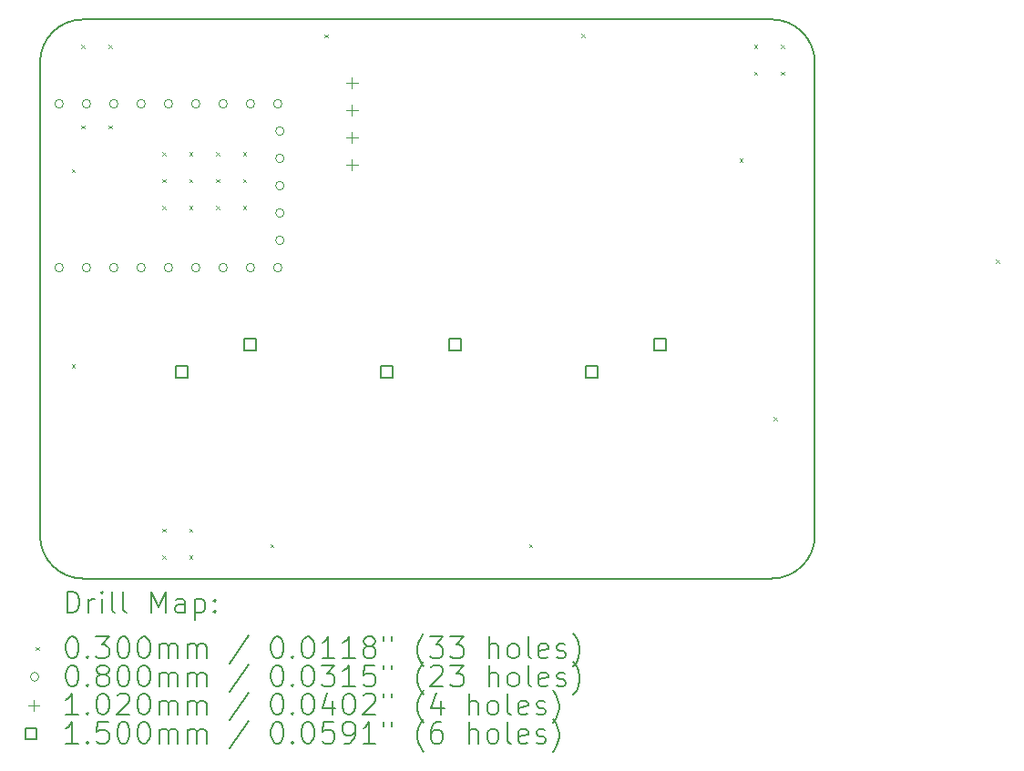
<source format=gbr>
%TF.GenerationSoftware,KiCad,Pcbnew,8.0.8-8.0.8-0~ubuntu22.04.1*%
%TF.CreationDate,2025-02-27T16:32:07+08:00*%
%TF.ProjectId,macropad,6d616372-6f70-4616-942e-6b696361645f,rev?*%
%TF.SameCoordinates,Original*%
%TF.FileFunction,Drillmap*%
%TF.FilePolarity,Positive*%
%FSLAX45Y45*%
G04 Gerber Fmt 4.5, Leading zero omitted, Abs format (unit mm)*
G04 Created by KiCad (PCBNEW 8.0.8-8.0.8-0~ubuntu22.04.1) date 2025-02-27 16:32:07*
%MOMM*%
%LPD*%
G01*
G04 APERTURE LIST*
%ADD10C,0.200000*%
%ADD11C,0.100000*%
%ADD12C,0.102000*%
%ADD13C,0.150000*%
G04 APERTURE END LIST*
D10*
X17500000Y-11700000D02*
G75*
G02*
X17100000Y-11300000I0J400000D01*
G01*
X24300000Y-6900000D02*
X24300000Y-11300000D01*
X24300000Y-11300000D02*
G75*
G02*
X23900000Y-11700000I-400000J0D01*
G01*
X17100000Y-6900000D02*
G75*
G02*
X17500000Y-6500000I400000J0D01*
G01*
X23900000Y-6500000D02*
X17500000Y-6500000D01*
X23900000Y-11700000D02*
X17500000Y-11700000D01*
X17100000Y-6900000D02*
X17100000Y-11300000D01*
X23900000Y-6500000D02*
G75*
G02*
X24300000Y-6900000I0J-400000D01*
G01*
D11*
X17395000Y-7890000D02*
X17425000Y-7920000D01*
X17425000Y-7890000D02*
X17395000Y-7920000D01*
X17395000Y-9706667D02*
X17425000Y-9736667D01*
X17425000Y-9706667D02*
X17395000Y-9736667D01*
X17485000Y-6735000D02*
X17515000Y-6765000D01*
X17515000Y-6735000D02*
X17485000Y-6765000D01*
X17485000Y-7485000D02*
X17515000Y-7515000D01*
X17515000Y-7485000D02*
X17485000Y-7515000D01*
X17735000Y-6735000D02*
X17765000Y-6765000D01*
X17765000Y-6735000D02*
X17735000Y-6765000D01*
X17735000Y-7485000D02*
X17765000Y-7515000D01*
X17765000Y-7485000D02*
X17735000Y-7515000D01*
X18235000Y-7735000D02*
X18265000Y-7765000D01*
X18265000Y-7735000D02*
X18235000Y-7765000D01*
X18235000Y-7985000D02*
X18265000Y-8015000D01*
X18265000Y-7985000D02*
X18235000Y-8015000D01*
X18235000Y-8235000D02*
X18265000Y-8265000D01*
X18265000Y-8235000D02*
X18235000Y-8265000D01*
X18235000Y-11235000D02*
X18265000Y-11265000D01*
X18265000Y-11235000D02*
X18235000Y-11265000D01*
X18235000Y-11485000D02*
X18265000Y-11515000D01*
X18265000Y-11485000D02*
X18235000Y-11515000D01*
X18485000Y-7735000D02*
X18515000Y-7765000D01*
X18515000Y-7735000D02*
X18485000Y-7765000D01*
X18485000Y-7985000D02*
X18515000Y-8015000D01*
X18515000Y-7985000D02*
X18485000Y-8015000D01*
X18485000Y-8235000D02*
X18515000Y-8265000D01*
X18515000Y-8235000D02*
X18485000Y-8265000D01*
X18485000Y-11235000D02*
X18515000Y-11265000D01*
X18515000Y-11235000D02*
X18485000Y-11265000D01*
X18485000Y-11485000D02*
X18515000Y-11515000D01*
X18515000Y-11485000D02*
X18485000Y-11515000D01*
X18735000Y-7735000D02*
X18765000Y-7765000D01*
X18765000Y-7735000D02*
X18735000Y-7765000D01*
X18735000Y-7985000D02*
X18765000Y-8015000D01*
X18765000Y-7985000D02*
X18735000Y-8015000D01*
X18735000Y-8235000D02*
X18765000Y-8265000D01*
X18765000Y-8235000D02*
X18735000Y-8265000D01*
X18985000Y-7735000D02*
X19015000Y-7765000D01*
X19015000Y-7735000D02*
X18985000Y-7765000D01*
X18985000Y-7985000D02*
X19015000Y-8015000D01*
X19015000Y-7985000D02*
X18985000Y-8015000D01*
X18985000Y-8235000D02*
X19015000Y-8265000D01*
X19015000Y-8235000D02*
X18985000Y-8265000D01*
X19241667Y-11380000D02*
X19271667Y-11410000D01*
X19271667Y-11380000D02*
X19241667Y-11410000D01*
X19745000Y-6640000D02*
X19775000Y-6670000D01*
X19775000Y-6640000D02*
X19745000Y-6670000D01*
X21643333Y-11380000D02*
X21673333Y-11410000D01*
X21673333Y-11380000D02*
X21643333Y-11410000D01*
X22133333Y-6635000D02*
X22163333Y-6665000D01*
X22163333Y-6635000D02*
X22133333Y-6665000D01*
X23600000Y-7795000D02*
X23630000Y-7825000D01*
X23630000Y-7795000D02*
X23600000Y-7825000D01*
X23735000Y-6735000D02*
X23765000Y-6765000D01*
X23765000Y-6735000D02*
X23735000Y-6765000D01*
X23735000Y-6985000D02*
X23765000Y-7015000D01*
X23765000Y-6985000D02*
X23735000Y-7015000D01*
X23920000Y-10196667D02*
X23950000Y-10226667D01*
X23950000Y-10196667D02*
X23920000Y-10226667D01*
X23985000Y-6735000D02*
X24015000Y-6765000D01*
X24015000Y-6735000D02*
X23985000Y-6765000D01*
X23985000Y-6985000D02*
X24015000Y-7015000D01*
X24015000Y-6985000D02*
X23985000Y-7015000D01*
X25985000Y-8735000D02*
X26015000Y-8765000D01*
X26015000Y-8735000D02*
X25985000Y-8765000D01*
X17316500Y-7284000D02*
G75*
G02*
X17236500Y-7284000I-40000J0D01*
G01*
X17236500Y-7284000D02*
G75*
G02*
X17316500Y-7284000I40000J0D01*
G01*
X17316500Y-8808000D02*
G75*
G02*
X17236500Y-8808000I-40000J0D01*
G01*
X17236500Y-8808000D02*
G75*
G02*
X17316500Y-8808000I40000J0D01*
G01*
X17570500Y-7284000D02*
G75*
G02*
X17490500Y-7284000I-40000J0D01*
G01*
X17490500Y-7284000D02*
G75*
G02*
X17570500Y-7284000I40000J0D01*
G01*
X17570500Y-8808000D02*
G75*
G02*
X17490500Y-8808000I-40000J0D01*
G01*
X17490500Y-8808000D02*
G75*
G02*
X17570500Y-8808000I40000J0D01*
G01*
X17824500Y-7284000D02*
G75*
G02*
X17744500Y-7284000I-40000J0D01*
G01*
X17744500Y-7284000D02*
G75*
G02*
X17824500Y-7284000I40000J0D01*
G01*
X17824500Y-8808000D02*
G75*
G02*
X17744500Y-8808000I-40000J0D01*
G01*
X17744500Y-8808000D02*
G75*
G02*
X17824500Y-8808000I40000J0D01*
G01*
X18078500Y-7284000D02*
G75*
G02*
X17998500Y-7284000I-40000J0D01*
G01*
X17998500Y-7284000D02*
G75*
G02*
X18078500Y-7284000I40000J0D01*
G01*
X18078500Y-8808000D02*
G75*
G02*
X17998500Y-8808000I-40000J0D01*
G01*
X17998500Y-8808000D02*
G75*
G02*
X18078500Y-8808000I40000J0D01*
G01*
X18332500Y-7284000D02*
G75*
G02*
X18252500Y-7284000I-40000J0D01*
G01*
X18252500Y-7284000D02*
G75*
G02*
X18332500Y-7284000I40000J0D01*
G01*
X18332500Y-8808000D02*
G75*
G02*
X18252500Y-8808000I-40000J0D01*
G01*
X18252500Y-8808000D02*
G75*
G02*
X18332500Y-8808000I40000J0D01*
G01*
X18586500Y-7284000D02*
G75*
G02*
X18506500Y-7284000I-40000J0D01*
G01*
X18506500Y-7284000D02*
G75*
G02*
X18586500Y-7284000I40000J0D01*
G01*
X18586500Y-8808000D02*
G75*
G02*
X18506500Y-8808000I-40000J0D01*
G01*
X18506500Y-8808000D02*
G75*
G02*
X18586500Y-8808000I40000J0D01*
G01*
X18840500Y-7284000D02*
G75*
G02*
X18760500Y-7284000I-40000J0D01*
G01*
X18760500Y-7284000D02*
G75*
G02*
X18840500Y-7284000I40000J0D01*
G01*
X18840500Y-8808000D02*
G75*
G02*
X18760500Y-8808000I-40000J0D01*
G01*
X18760500Y-8808000D02*
G75*
G02*
X18840500Y-8808000I40000J0D01*
G01*
X19094500Y-7284000D02*
G75*
G02*
X19014500Y-7284000I-40000J0D01*
G01*
X19014500Y-7284000D02*
G75*
G02*
X19094500Y-7284000I40000J0D01*
G01*
X19094500Y-8808000D02*
G75*
G02*
X19014500Y-8808000I-40000J0D01*
G01*
X19014500Y-8808000D02*
G75*
G02*
X19094500Y-8808000I40000J0D01*
G01*
X19348500Y-7284000D02*
G75*
G02*
X19268500Y-7284000I-40000J0D01*
G01*
X19268500Y-7284000D02*
G75*
G02*
X19348500Y-7284000I40000J0D01*
G01*
X19348500Y-8808000D02*
G75*
G02*
X19268500Y-8808000I-40000J0D01*
G01*
X19268500Y-8808000D02*
G75*
G02*
X19348500Y-8808000I40000J0D01*
G01*
X19369500Y-7538000D02*
G75*
G02*
X19289500Y-7538000I-40000J0D01*
G01*
X19289500Y-7538000D02*
G75*
G02*
X19369500Y-7538000I40000J0D01*
G01*
X19369500Y-7792000D02*
G75*
G02*
X19289500Y-7792000I-40000J0D01*
G01*
X19289500Y-7792000D02*
G75*
G02*
X19369500Y-7792000I40000J0D01*
G01*
X19369500Y-8046000D02*
G75*
G02*
X19289500Y-8046000I-40000J0D01*
G01*
X19289500Y-8046000D02*
G75*
G02*
X19369500Y-8046000I40000J0D01*
G01*
X19369500Y-8300000D02*
G75*
G02*
X19289500Y-8300000I-40000J0D01*
G01*
X19289500Y-8300000D02*
G75*
G02*
X19369500Y-8300000I40000J0D01*
G01*
X19369500Y-8554000D02*
G75*
G02*
X19289500Y-8554000I-40000J0D01*
G01*
X19289500Y-8554000D02*
G75*
G02*
X19369500Y-8554000I40000J0D01*
G01*
D12*
X20000000Y-7041000D02*
X20000000Y-7143000D01*
X19949000Y-7092000D02*
X20051000Y-7092000D01*
X20000000Y-7295000D02*
X20000000Y-7397000D01*
X19949000Y-7346000D02*
X20051000Y-7346000D01*
X20000000Y-7549000D02*
X20000000Y-7651000D01*
X19949000Y-7600000D02*
X20051000Y-7600000D01*
X20000000Y-7803000D02*
X20000000Y-7905000D01*
X19949000Y-7854000D02*
X20051000Y-7854000D01*
D13*
X18468034Y-9832034D02*
X18468034Y-9725967D01*
X18361967Y-9725967D01*
X18361967Y-9832034D01*
X18468034Y-9832034D01*
X19103034Y-9578034D02*
X19103034Y-9471967D01*
X18996967Y-9471967D01*
X18996967Y-9578034D01*
X19103034Y-9578034D01*
X20373034Y-9832034D02*
X20373034Y-9725967D01*
X20266967Y-9725967D01*
X20266967Y-9832034D01*
X20373034Y-9832034D01*
X21008034Y-9578034D02*
X21008034Y-9471967D01*
X20901967Y-9471967D01*
X20901967Y-9578034D01*
X21008034Y-9578034D01*
X22278034Y-9832034D02*
X22278034Y-9725967D01*
X22171967Y-9725967D01*
X22171967Y-9832034D01*
X22278034Y-9832034D01*
X22913033Y-9578034D02*
X22913033Y-9471967D01*
X22806966Y-9471967D01*
X22806966Y-9578034D01*
X22913033Y-9578034D01*
D10*
X17350777Y-12021484D02*
X17350777Y-11821484D01*
X17350777Y-11821484D02*
X17398396Y-11821484D01*
X17398396Y-11821484D02*
X17426967Y-11831008D01*
X17426967Y-11831008D02*
X17446015Y-11850055D01*
X17446015Y-11850055D02*
X17455539Y-11869103D01*
X17455539Y-11869103D02*
X17465063Y-11907198D01*
X17465063Y-11907198D02*
X17465063Y-11935769D01*
X17465063Y-11935769D02*
X17455539Y-11973865D01*
X17455539Y-11973865D02*
X17446015Y-11992912D01*
X17446015Y-11992912D02*
X17426967Y-12011960D01*
X17426967Y-12011960D02*
X17398396Y-12021484D01*
X17398396Y-12021484D02*
X17350777Y-12021484D01*
X17550777Y-12021484D02*
X17550777Y-11888150D01*
X17550777Y-11926246D02*
X17560301Y-11907198D01*
X17560301Y-11907198D02*
X17569824Y-11897674D01*
X17569824Y-11897674D02*
X17588872Y-11888150D01*
X17588872Y-11888150D02*
X17607920Y-11888150D01*
X17674586Y-12021484D02*
X17674586Y-11888150D01*
X17674586Y-11821484D02*
X17665063Y-11831008D01*
X17665063Y-11831008D02*
X17674586Y-11840531D01*
X17674586Y-11840531D02*
X17684110Y-11831008D01*
X17684110Y-11831008D02*
X17674586Y-11821484D01*
X17674586Y-11821484D02*
X17674586Y-11840531D01*
X17798396Y-12021484D02*
X17779348Y-12011960D01*
X17779348Y-12011960D02*
X17769824Y-11992912D01*
X17769824Y-11992912D02*
X17769824Y-11821484D01*
X17903158Y-12021484D02*
X17884110Y-12011960D01*
X17884110Y-12011960D02*
X17874586Y-11992912D01*
X17874586Y-11992912D02*
X17874586Y-11821484D01*
X18131729Y-12021484D02*
X18131729Y-11821484D01*
X18131729Y-11821484D02*
X18198396Y-11964341D01*
X18198396Y-11964341D02*
X18265063Y-11821484D01*
X18265063Y-11821484D02*
X18265063Y-12021484D01*
X18446015Y-12021484D02*
X18446015Y-11916722D01*
X18446015Y-11916722D02*
X18436491Y-11897674D01*
X18436491Y-11897674D02*
X18417444Y-11888150D01*
X18417444Y-11888150D02*
X18379348Y-11888150D01*
X18379348Y-11888150D02*
X18360301Y-11897674D01*
X18446015Y-12011960D02*
X18426967Y-12021484D01*
X18426967Y-12021484D02*
X18379348Y-12021484D01*
X18379348Y-12021484D02*
X18360301Y-12011960D01*
X18360301Y-12011960D02*
X18350777Y-11992912D01*
X18350777Y-11992912D02*
X18350777Y-11973865D01*
X18350777Y-11973865D02*
X18360301Y-11954817D01*
X18360301Y-11954817D02*
X18379348Y-11945293D01*
X18379348Y-11945293D02*
X18426967Y-11945293D01*
X18426967Y-11945293D02*
X18446015Y-11935769D01*
X18541253Y-11888150D02*
X18541253Y-12088150D01*
X18541253Y-11897674D02*
X18560301Y-11888150D01*
X18560301Y-11888150D02*
X18598396Y-11888150D01*
X18598396Y-11888150D02*
X18617444Y-11897674D01*
X18617444Y-11897674D02*
X18626967Y-11907198D01*
X18626967Y-11907198D02*
X18636491Y-11926246D01*
X18636491Y-11926246D02*
X18636491Y-11983388D01*
X18636491Y-11983388D02*
X18626967Y-12002436D01*
X18626967Y-12002436D02*
X18617444Y-12011960D01*
X18617444Y-12011960D02*
X18598396Y-12021484D01*
X18598396Y-12021484D02*
X18560301Y-12021484D01*
X18560301Y-12021484D02*
X18541253Y-12011960D01*
X18722205Y-12002436D02*
X18731729Y-12011960D01*
X18731729Y-12011960D02*
X18722205Y-12021484D01*
X18722205Y-12021484D02*
X18712682Y-12011960D01*
X18712682Y-12011960D02*
X18722205Y-12002436D01*
X18722205Y-12002436D02*
X18722205Y-12021484D01*
X18722205Y-11897674D02*
X18731729Y-11907198D01*
X18731729Y-11907198D02*
X18722205Y-11916722D01*
X18722205Y-11916722D02*
X18712682Y-11907198D01*
X18712682Y-11907198D02*
X18722205Y-11897674D01*
X18722205Y-11897674D02*
X18722205Y-11916722D01*
D11*
X17060000Y-12335000D02*
X17090000Y-12365000D01*
X17090000Y-12335000D02*
X17060000Y-12365000D01*
D10*
X17388872Y-12241484D02*
X17407920Y-12241484D01*
X17407920Y-12241484D02*
X17426967Y-12251008D01*
X17426967Y-12251008D02*
X17436491Y-12260531D01*
X17436491Y-12260531D02*
X17446015Y-12279579D01*
X17446015Y-12279579D02*
X17455539Y-12317674D01*
X17455539Y-12317674D02*
X17455539Y-12365293D01*
X17455539Y-12365293D02*
X17446015Y-12403388D01*
X17446015Y-12403388D02*
X17436491Y-12422436D01*
X17436491Y-12422436D02*
X17426967Y-12431960D01*
X17426967Y-12431960D02*
X17407920Y-12441484D01*
X17407920Y-12441484D02*
X17388872Y-12441484D01*
X17388872Y-12441484D02*
X17369824Y-12431960D01*
X17369824Y-12431960D02*
X17360301Y-12422436D01*
X17360301Y-12422436D02*
X17350777Y-12403388D01*
X17350777Y-12403388D02*
X17341253Y-12365293D01*
X17341253Y-12365293D02*
X17341253Y-12317674D01*
X17341253Y-12317674D02*
X17350777Y-12279579D01*
X17350777Y-12279579D02*
X17360301Y-12260531D01*
X17360301Y-12260531D02*
X17369824Y-12251008D01*
X17369824Y-12251008D02*
X17388872Y-12241484D01*
X17541253Y-12422436D02*
X17550777Y-12431960D01*
X17550777Y-12431960D02*
X17541253Y-12441484D01*
X17541253Y-12441484D02*
X17531729Y-12431960D01*
X17531729Y-12431960D02*
X17541253Y-12422436D01*
X17541253Y-12422436D02*
X17541253Y-12441484D01*
X17617444Y-12241484D02*
X17741253Y-12241484D01*
X17741253Y-12241484D02*
X17674586Y-12317674D01*
X17674586Y-12317674D02*
X17703158Y-12317674D01*
X17703158Y-12317674D02*
X17722205Y-12327198D01*
X17722205Y-12327198D02*
X17731729Y-12336722D01*
X17731729Y-12336722D02*
X17741253Y-12355769D01*
X17741253Y-12355769D02*
X17741253Y-12403388D01*
X17741253Y-12403388D02*
X17731729Y-12422436D01*
X17731729Y-12422436D02*
X17722205Y-12431960D01*
X17722205Y-12431960D02*
X17703158Y-12441484D01*
X17703158Y-12441484D02*
X17646015Y-12441484D01*
X17646015Y-12441484D02*
X17626967Y-12431960D01*
X17626967Y-12431960D02*
X17617444Y-12422436D01*
X17865063Y-12241484D02*
X17884110Y-12241484D01*
X17884110Y-12241484D02*
X17903158Y-12251008D01*
X17903158Y-12251008D02*
X17912682Y-12260531D01*
X17912682Y-12260531D02*
X17922205Y-12279579D01*
X17922205Y-12279579D02*
X17931729Y-12317674D01*
X17931729Y-12317674D02*
X17931729Y-12365293D01*
X17931729Y-12365293D02*
X17922205Y-12403388D01*
X17922205Y-12403388D02*
X17912682Y-12422436D01*
X17912682Y-12422436D02*
X17903158Y-12431960D01*
X17903158Y-12431960D02*
X17884110Y-12441484D01*
X17884110Y-12441484D02*
X17865063Y-12441484D01*
X17865063Y-12441484D02*
X17846015Y-12431960D01*
X17846015Y-12431960D02*
X17836491Y-12422436D01*
X17836491Y-12422436D02*
X17826967Y-12403388D01*
X17826967Y-12403388D02*
X17817444Y-12365293D01*
X17817444Y-12365293D02*
X17817444Y-12317674D01*
X17817444Y-12317674D02*
X17826967Y-12279579D01*
X17826967Y-12279579D02*
X17836491Y-12260531D01*
X17836491Y-12260531D02*
X17846015Y-12251008D01*
X17846015Y-12251008D02*
X17865063Y-12241484D01*
X18055539Y-12241484D02*
X18074586Y-12241484D01*
X18074586Y-12241484D02*
X18093634Y-12251008D01*
X18093634Y-12251008D02*
X18103158Y-12260531D01*
X18103158Y-12260531D02*
X18112682Y-12279579D01*
X18112682Y-12279579D02*
X18122205Y-12317674D01*
X18122205Y-12317674D02*
X18122205Y-12365293D01*
X18122205Y-12365293D02*
X18112682Y-12403388D01*
X18112682Y-12403388D02*
X18103158Y-12422436D01*
X18103158Y-12422436D02*
X18093634Y-12431960D01*
X18093634Y-12431960D02*
X18074586Y-12441484D01*
X18074586Y-12441484D02*
X18055539Y-12441484D01*
X18055539Y-12441484D02*
X18036491Y-12431960D01*
X18036491Y-12431960D02*
X18026967Y-12422436D01*
X18026967Y-12422436D02*
X18017444Y-12403388D01*
X18017444Y-12403388D02*
X18007920Y-12365293D01*
X18007920Y-12365293D02*
X18007920Y-12317674D01*
X18007920Y-12317674D02*
X18017444Y-12279579D01*
X18017444Y-12279579D02*
X18026967Y-12260531D01*
X18026967Y-12260531D02*
X18036491Y-12251008D01*
X18036491Y-12251008D02*
X18055539Y-12241484D01*
X18207920Y-12441484D02*
X18207920Y-12308150D01*
X18207920Y-12327198D02*
X18217444Y-12317674D01*
X18217444Y-12317674D02*
X18236491Y-12308150D01*
X18236491Y-12308150D02*
X18265063Y-12308150D01*
X18265063Y-12308150D02*
X18284110Y-12317674D01*
X18284110Y-12317674D02*
X18293634Y-12336722D01*
X18293634Y-12336722D02*
X18293634Y-12441484D01*
X18293634Y-12336722D02*
X18303158Y-12317674D01*
X18303158Y-12317674D02*
X18322205Y-12308150D01*
X18322205Y-12308150D02*
X18350777Y-12308150D01*
X18350777Y-12308150D02*
X18369825Y-12317674D01*
X18369825Y-12317674D02*
X18379348Y-12336722D01*
X18379348Y-12336722D02*
X18379348Y-12441484D01*
X18474586Y-12441484D02*
X18474586Y-12308150D01*
X18474586Y-12327198D02*
X18484110Y-12317674D01*
X18484110Y-12317674D02*
X18503158Y-12308150D01*
X18503158Y-12308150D02*
X18531729Y-12308150D01*
X18531729Y-12308150D02*
X18550777Y-12317674D01*
X18550777Y-12317674D02*
X18560301Y-12336722D01*
X18560301Y-12336722D02*
X18560301Y-12441484D01*
X18560301Y-12336722D02*
X18569825Y-12317674D01*
X18569825Y-12317674D02*
X18588872Y-12308150D01*
X18588872Y-12308150D02*
X18617444Y-12308150D01*
X18617444Y-12308150D02*
X18636491Y-12317674D01*
X18636491Y-12317674D02*
X18646015Y-12336722D01*
X18646015Y-12336722D02*
X18646015Y-12441484D01*
X19036491Y-12231960D02*
X18865063Y-12489103D01*
X19293634Y-12241484D02*
X19312682Y-12241484D01*
X19312682Y-12241484D02*
X19331729Y-12251008D01*
X19331729Y-12251008D02*
X19341253Y-12260531D01*
X19341253Y-12260531D02*
X19350777Y-12279579D01*
X19350777Y-12279579D02*
X19360301Y-12317674D01*
X19360301Y-12317674D02*
X19360301Y-12365293D01*
X19360301Y-12365293D02*
X19350777Y-12403388D01*
X19350777Y-12403388D02*
X19341253Y-12422436D01*
X19341253Y-12422436D02*
X19331729Y-12431960D01*
X19331729Y-12431960D02*
X19312682Y-12441484D01*
X19312682Y-12441484D02*
X19293634Y-12441484D01*
X19293634Y-12441484D02*
X19274587Y-12431960D01*
X19274587Y-12431960D02*
X19265063Y-12422436D01*
X19265063Y-12422436D02*
X19255539Y-12403388D01*
X19255539Y-12403388D02*
X19246015Y-12365293D01*
X19246015Y-12365293D02*
X19246015Y-12317674D01*
X19246015Y-12317674D02*
X19255539Y-12279579D01*
X19255539Y-12279579D02*
X19265063Y-12260531D01*
X19265063Y-12260531D02*
X19274587Y-12251008D01*
X19274587Y-12251008D02*
X19293634Y-12241484D01*
X19446015Y-12422436D02*
X19455539Y-12431960D01*
X19455539Y-12431960D02*
X19446015Y-12441484D01*
X19446015Y-12441484D02*
X19436491Y-12431960D01*
X19436491Y-12431960D02*
X19446015Y-12422436D01*
X19446015Y-12422436D02*
X19446015Y-12441484D01*
X19579348Y-12241484D02*
X19598396Y-12241484D01*
X19598396Y-12241484D02*
X19617444Y-12251008D01*
X19617444Y-12251008D02*
X19626968Y-12260531D01*
X19626968Y-12260531D02*
X19636491Y-12279579D01*
X19636491Y-12279579D02*
X19646015Y-12317674D01*
X19646015Y-12317674D02*
X19646015Y-12365293D01*
X19646015Y-12365293D02*
X19636491Y-12403388D01*
X19636491Y-12403388D02*
X19626968Y-12422436D01*
X19626968Y-12422436D02*
X19617444Y-12431960D01*
X19617444Y-12431960D02*
X19598396Y-12441484D01*
X19598396Y-12441484D02*
X19579348Y-12441484D01*
X19579348Y-12441484D02*
X19560301Y-12431960D01*
X19560301Y-12431960D02*
X19550777Y-12422436D01*
X19550777Y-12422436D02*
X19541253Y-12403388D01*
X19541253Y-12403388D02*
X19531729Y-12365293D01*
X19531729Y-12365293D02*
X19531729Y-12317674D01*
X19531729Y-12317674D02*
X19541253Y-12279579D01*
X19541253Y-12279579D02*
X19550777Y-12260531D01*
X19550777Y-12260531D02*
X19560301Y-12251008D01*
X19560301Y-12251008D02*
X19579348Y-12241484D01*
X19836491Y-12441484D02*
X19722206Y-12441484D01*
X19779348Y-12441484D02*
X19779348Y-12241484D01*
X19779348Y-12241484D02*
X19760301Y-12270055D01*
X19760301Y-12270055D02*
X19741253Y-12289103D01*
X19741253Y-12289103D02*
X19722206Y-12298627D01*
X20026968Y-12441484D02*
X19912682Y-12441484D01*
X19969825Y-12441484D02*
X19969825Y-12241484D01*
X19969825Y-12241484D02*
X19950777Y-12270055D01*
X19950777Y-12270055D02*
X19931729Y-12289103D01*
X19931729Y-12289103D02*
X19912682Y-12298627D01*
X20141253Y-12327198D02*
X20122206Y-12317674D01*
X20122206Y-12317674D02*
X20112682Y-12308150D01*
X20112682Y-12308150D02*
X20103158Y-12289103D01*
X20103158Y-12289103D02*
X20103158Y-12279579D01*
X20103158Y-12279579D02*
X20112682Y-12260531D01*
X20112682Y-12260531D02*
X20122206Y-12251008D01*
X20122206Y-12251008D02*
X20141253Y-12241484D01*
X20141253Y-12241484D02*
X20179349Y-12241484D01*
X20179349Y-12241484D02*
X20198396Y-12251008D01*
X20198396Y-12251008D02*
X20207920Y-12260531D01*
X20207920Y-12260531D02*
X20217444Y-12279579D01*
X20217444Y-12279579D02*
X20217444Y-12289103D01*
X20217444Y-12289103D02*
X20207920Y-12308150D01*
X20207920Y-12308150D02*
X20198396Y-12317674D01*
X20198396Y-12317674D02*
X20179349Y-12327198D01*
X20179349Y-12327198D02*
X20141253Y-12327198D01*
X20141253Y-12327198D02*
X20122206Y-12336722D01*
X20122206Y-12336722D02*
X20112682Y-12346246D01*
X20112682Y-12346246D02*
X20103158Y-12365293D01*
X20103158Y-12365293D02*
X20103158Y-12403388D01*
X20103158Y-12403388D02*
X20112682Y-12422436D01*
X20112682Y-12422436D02*
X20122206Y-12431960D01*
X20122206Y-12431960D02*
X20141253Y-12441484D01*
X20141253Y-12441484D02*
X20179349Y-12441484D01*
X20179349Y-12441484D02*
X20198396Y-12431960D01*
X20198396Y-12431960D02*
X20207920Y-12422436D01*
X20207920Y-12422436D02*
X20217444Y-12403388D01*
X20217444Y-12403388D02*
X20217444Y-12365293D01*
X20217444Y-12365293D02*
X20207920Y-12346246D01*
X20207920Y-12346246D02*
X20198396Y-12336722D01*
X20198396Y-12336722D02*
X20179349Y-12327198D01*
X20293634Y-12241484D02*
X20293634Y-12279579D01*
X20369825Y-12241484D02*
X20369825Y-12279579D01*
X20665063Y-12517674D02*
X20655539Y-12508150D01*
X20655539Y-12508150D02*
X20636491Y-12479579D01*
X20636491Y-12479579D02*
X20626968Y-12460531D01*
X20626968Y-12460531D02*
X20617444Y-12431960D01*
X20617444Y-12431960D02*
X20607920Y-12384341D01*
X20607920Y-12384341D02*
X20607920Y-12346246D01*
X20607920Y-12346246D02*
X20617444Y-12298627D01*
X20617444Y-12298627D02*
X20626968Y-12270055D01*
X20626968Y-12270055D02*
X20636491Y-12251008D01*
X20636491Y-12251008D02*
X20655539Y-12222436D01*
X20655539Y-12222436D02*
X20665063Y-12212912D01*
X20722206Y-12241484D02*
X20846015Y-12241484D01*
X20846015Y-12241484D02*
X20779349Y-12317674D01*
X20779349Y-12317674D02*
X20807920Y-12317674D01*
X20807920Y-12317674D02*
X20826968Y-12327198D01*
X20826968Y-12327198D02*
X20836491Y-12336722D01*
X20836491Y-12336722D02*
X20846015Y-12355769D01*
X20846015Y-12355769D02*
X20846015Y-12403388D01*
X20846015Y-12403388D02*
X20836491Y-12422436D01*
X20836491Y-12422436D02*
X20826968Y-12431960D01*
X20826968Y-12431960D02*
X20807920Y-12441484D01*
X20807920Y-12441484D02*
X20750777Y-12441484D01*
X20750777Y-12441484D02*
X20731730Y-12431960D01*
X20731730Y-12431960D02*
X20722206Y-12422436D01*
X20912682Y-12241484D02*
X21036491Y-12241484D01*
X21036491Y-12241484D02*
X20969825Y-12317674D01*
X20969825Y-12317674D02*
X20998396Y-12317674D01*
X20998396Y-12317674D02*
X21017444Y-12327198D01*
X21017444Y-12327198D02*
X21026968Y-12336722D01*
X21026968Y-12336722D02*
X21036491Y-12355769D01*
X21036491Y-12355769D02*
X21036491Y-12403388D01*
X21036491Y-12403388D02*
X21026968Y-12422436D01*
X21026968Y-12422436D02*
X21017444Y-12431960D01*
X21017444Y-12431960D02*
X20998396Y-12441484D01*
X20998396Y-12441484D02*
X20941253Y-12441484D01*
X20941253Y-12441484D02*
X20922206Y-12431960D01*
X20922206Y-12431960D02*
X20912682Y-12422436D01*
X21274587Y-12441484D02*
X21274587Y-12241484D01*
X21360301Y-12441484D02*
X21360301Y-12336722D01*
X21360301Y-12336722D02*
X21350777Y-12317674D01*
X21350777Y-12317674D02*
X21331730Y-12308150D01*
X21331730Y-12308150D02*
X21303158Y-12308150D01*
X21303158Y-12308150D02*
X21284111Y-12317674D01*
X21284111Y-12317674D02*
X21274587Y-12327198D01*
X21484111Y-12441484D02*
X21465063Y-12431960D01*
X21465063Y-12431960D02*
X21455539Y-12422436D01*
X21455539Y-12422436D02*
X21446015Y-12403388D01*
X21446015Y-12403388D02*
X21446015Y-12346246D01*
X21446015Y-12346246D02*
X21455539Y-12327198D01*
X21455539Y-12327198D02*
X21465063Y-12317674D01*
X21465063Y-12317674D02*
X21484111Y-12308150D01*
X21484111Y-12308150D02*
X21512682Y-12308150D01*
X21512682Y-12308150D02*
X21531730Y-12317674D01*
X21531730Y-12317674D02*
X21541253Y-12327198D01*
X21541253Y-12327198D02*
X21550777Y-12346246D01*
X21550777Y-12346246D02*
X21550777Y-12403388D01*
X21550777Y-12403388D02*
X21541253Y-12422436D01*
X21541253Y-12422436D02*
X21531730Y-12431960D01*
X21531730Y-12431960D02*
X21512682Y-12441484D01*
X21512682Y-12441484D02*
X21484111Y-12441484D01*
X21665063Y-12441484D02*
X21646015Y-12431960D01*
X21646015Y-12431960D02*
X21636492Y-12412912D01*
X21636492Y-12412912D02*
X21636492Y-12241484D01*
X21817444Y-12431960D02*
X21798396Y-12441484D01*
X21798396Y-12441484D02*
X21760301Y-12441484D01*
X21760301Y-12441484D02*
X21741253Y-12431960D01*
X21741253Y-12431960D02*
X21731730Y-12412912D01*
X21731730Y-12412912D02*
X21731730Y-12336722D01*
X21731730Y-12336722D02*
X21741253Y-12317674D01*
X21741253Y-12317674D02*
X21760301Y-12308150D01*
X21760301Y-12308150D02*
X21798396Y-12308150D01*
X21798396Y-12308150D02*
X21817444Y-12317674D01*
X21817444Y-12317674D02*
X21826968Y-12336722D01*
X21826968Y-12336722D02*
X21826968Y-12355769D01*
X21826968Y-12355769D02*
X21731730Y-12374817D01*
X21903158Y-12431960D02*
X21922206Y-12441484D01*
X21922206Y-12441484D02*
X21960301Y-12441484D01*
X21960301Y-12441484D02*
X21979349Y-12431960D01*
X21979349Y-12431960D02*
X21988873Y-12412912D01*
X21988873Y-12412912D02*
X21988873Y-12403388D01*
X21988873Y-12403388D02*
X21979349Y-12384341D01*
X21979349Y-12384341D02*
X21960301Y-12374817D01*
X21960301Y-12374817D02*
X21931730Y-12374817D01*
X21931730Y-12374817D02*
X21912682Y-12365293D01*
X21912682Y-12365293D02*
X21903158Y-12346246D01*
X21903158Y-12346246D02*
X21903158Y-12336722D01*
X21903158Y-12336722D02*
X21912682Y-12317674D01*
X21912682Y-12317674D02*
X21931730Y-12308150D01*
X21931730Y-12308150D02*
X21960301Y-12308150D01*
X21960301Y-12308150D02*
X21979349Y-12317674D01*
X22055539Y-12517674D02*
X22065063Y-12508150D01*
X22065063Y-12508150D02*
X22084111Y-12479579D01*
X22084111Y-12479579D02*
X22093634Y-12460531D01*
X22093634Y-12460531D02*
X22103158Y-12431960D01*
X22103158Y-12431960D02*
X22112682Y-12384341D01*
X22112682Y-12384341D02*
X22112682Y-12346246D01*
X22112682Y-12346246D02*
X22103158Y-12298627D01*
X22103158Y-12298627D02*
X22093634Y-12270055D01*
X22093634Y-12270055D02*
X22084111Y-12251008D01*
X22084111Y-12251008D02*
X22065063Y-12222436D01*
X22065063Y-12222436D02*
X22055539Y-12212912D01*
D11*
X17090000Y-12614000D02*
G75*
G02*
X17010000Y-12614000I-40000J0D01*
G01*
X17010000Y-12614000D02*
G75*
G02*
X17090000Y-12614000I40000J0D01*
G01*
D10*
X17388872Y-12505484D02*
X17407920Y-12505484D01*
X17407920Y-12505484D02*
X17426967Y-12515008D01*
X17426967Y-12515008D02*
X17436491Y-12524531D01*
X17436491Y-12524531D02*
X17446015Y-12543579D01*
X17446015Y-12543579D02*
X17455539Y-12581674D01*
X17455539Y-12581674D02*
X17455539Y-12629293D01*
X17455539Y-12629293D02*
X17446015Y-12667388D01*
X17446015Y-12667388D02*
X17436491Y-12686436D01*
X17436491Y-12686436D02*
X17426967Y-12695960D01*
X17426967Y-12695960D02*
X17407920Y-12705484D01*
X17407920Y-12705484D02*
X17388872Y-12705484D01*
X17388872Y-12705484D02*
X17369824Y-12695960D01*
X17369824Y-12695960D02*
X17360301Y-12686436D01*
X17360301Y-12686436D02*
X17350777Y-12667388D01*
X17350777Y-12667388D02*
X17341253Y-12629293D01*
X17341253Y-12629293D02*
X17341253Y-12581674D01*
X17341253Y-12581674D02*
X17350777Y-12543579D01*
X17350777Y-12543579D02*
X17360301Y-12524531D01*
X17360301Y-12524531D02*
X17369824Y-12515008D01*
X17369824Y-12515008D02*
X17388872Y-12505484D01*
X17541253Y-12686436D02*
X17550777Y-12695960D01*
X17550777Y-12695960D02*
X17541253Y-12705484D01*
X17541253Y-12705484D02*
X17531729Y-12695960D01*
X17531729Y-12695960D02*
X17541253Y-12686436D01*
X17541253Y-12686436D02*
X17541253Y-12705484D01*
X17665063Y-12591198D02*
X17646015Y-12581674D01*
X17646015Y-12581674D02*
X17636491Y-12572150D01*
X17636491Y-12572150D02*
X17626967Y-12553103D01*
X17626967Y-12553103D02*
X17626967Y-12543579D01*
X17626967Y-12543579D02*
X17636491Y-12524531D01*
X17636491Y-12524531D02*
X17646015Y-12515008D01*
X17646015Y-12515008D02*
X17665063Y-12505484D01*
X17665063Y-12505484D02*
X17703158Y-12505484D01*
X17703158Y-12505484D02*
X17722205Y-12515008D01*
X17722205Y-12515008D02*
X17731729Y-12524531D01*
X17731729Y-12524531D02*
X17741253Y-12543579D01*
X17741253Y-12543579D02*
X17741253Y-12553103D01*
X17741253Y-12553103D02*
X17731729Y-12572150D01*
X17731729Y-12572150D02*
X17722205Y-12581674D01*
X17722205Y-12581674D02*
X17703158Y-12591198D01*
X17703158Y-12591198D02*
X17665063Y-12591198D01*
X17665063Y-12591198D02*
X17646015Y-12600722D01*
X17646015Y-12600722D02*
X17636491Y-12610246D01*
X17636491Y-12610246D02*
X17626967Y-12629293D01*
X17626967Y-12629293D02*
X17626967Y-12667388D01*
X17626967Y-12667388D02*
X17636491Y-12686436D01*
X17636491Y-12686436D02*
X17646015Y-12695960D01*
X17646015Y-12695960D02*
X17665063Y-12705484D01*
X17665063Y-12705484D02*
X17703158Y-12705484D01*
X17703158Y-12705484D02*
X17722205Y-12695960D01*
X17722205Y-12695960D02*
X17731729Y-12686436D01*
X17731729Y-12686436D02*
X17741253Y-12667388D01*
X17741253Y-12667388D02*
X17741253Y-12629293D01*
X17741253Y-12629293D02*
X17731729Y-12610246D01*
X17731729Y-12610246D02*
X17722205Y-12600722D01*
X17722205Y-12600722D02*
X17703158Y-12591198D01*
X17865063Y-12505484D02*
X17884110Y-12505484D01*
X17884110Y-12505484D02*
X17903158Y-12515008D01*
X17903158Y-12515008D02*
X17912682Y-12524531D01*
X17912682Y-12524531D02*
X17922205Y-12543579D01*
X17922205Y-12543579D02*
X17931729Y-12581674D01*
X17931729Y-12581674D02*
X17931729Y-12629293D01*
X17931729Y-12629293D02*
X17922205Y-12667388D01*
X17922205Y-12667388D02*
X17912682Y-12686436D01*
X17912682Y-12686436D02*
X17903158Y-12695960D01*
X17903158Y-12695960D02*
X17884110Y-12705484D01*
X17884110Y-12705484D02*
X17865063Y-12705484D01*
X17865063Y-12705484D02*
X17846015Y-12695960D01*
X17846015Y-12695960D02*
X17836491Y-12686436D01*
X17836491Y-12686436D02*
X17826967Y-12667388D01*
X17826967Y-12667388D02*
X17817444Y-12629293D01*
X17817444Y-12629293D02*
X17817444Y-12581674D01*
X17817444Y-12581674D02*
X17826967Y-12543579D01*
X17826967Y-12543579D02*
X17836491Y-12524531D01*
X17836491Y-12524531D02*
X17846015Y-12515008D01*
X17846015Y-12515008D02*
X17865063Y-12505484D01*
X18055539Y-12505484D02*
X18074586Y-12505484D01*
X18074586Y-12505484D02*
X18093634Y-12515008D01*
X18093634Y-12515008D02*
X18103158Y-12524531D01*
X18103158Y-12524531D02*
X18112682Y-12543579D01*
X18112682Y-12543579D02*
X18122205Y-12581674D01*
X18122205Y-12581674D02*
X18122205Y-12629293D01*
X18122205Y-12629293D02*
X18112682Y-12667388D01*
X18112682Y-12667388D02*
X18103158Y-12686436D01*
X18103158Y-12686436D02*
X18093634Y-12695960D01*
X18093634Y-12695960D02*
X18074586Y-12705484D01*
X18074586Y-12705484D02*
X18055539Y-12705484D01*
X18055539Y-12705484D02*
X18036491Y-12695960D01*
X18036491Y-12695960D02*
X18026967Y-12686436D01*
X18026967Y-12686436D02*
X18017444Y-12667388D01*
X18017444Y-12667388D02*
X18007920Y-12629293D01*
X18007920Y-12629293D02*
X18007920Y-12581674D01*
X18007920Y-12581674D02*
X18017444Y-12543579D01*
X18017444Y-12543579D02*
X18026967Y-12524531D01*
X18026967Y-12524531D02*
X18036491Y-12515008D01*
X18036491Y-12515008D02*
X18055539Y-12505484D01*
X18207920Y-12705484D02*
X18207920Y-12572150D01*
X18207920Y-12591198D02*
X18217444Y-12581674D01*
X18217444Y-12581674D02*
X18236491Y-12572150D01*
X18236491Y-12572150D02*
X18265063Y-12572150D01*
X18265063Y-12572150D02*
X18284110Y-12581674D01*
X18284110Y-12581674D02*
X18293634Y-12600722D01*
X18293634Y-12600722D02*
X18293634Y-12705484D01*
X18293634Y-12600722D02*
X18303158Y-12581674D01*
X18303158Y-12581674D02*
X18322205Y-12572150D01*
X18322205Y-12572150D02*
X18350777Y-12572150D01*
X18350777Y-12572150D02*
X18369825Y-12581674D01*
X18369825Y-12581674D02*
X18379348Y-12600722D01*
X18379348Y-12600722D02*
X18379348Y-12705484D01*
X18474586Y-12705484D02*
X18474586Y-12572150D01*
X18474586Y-12591198D02*
X18484110Y-12581674D01*
X18484110Y-12581674D02*
X18503158Y-12572150D01*
X18503158Y-12572150D02*
X18531729Y-12572150D01*
X18531729Y-12572150D02*
X18550777Y-12581674D01*
X18550777Y-12581674D02*
X18560301Y-12600722D01*
X18560301Y-12600722D02*
X18560301Y-12705484D01*
X18560301Y-12600722D02*
X18569825Y-12581674D01*
X18569825Y-12581674D02*
X18588872Y-12572150D01*
X18588872Y-12572150D02*
X18617444Y-12572150D01*
X18617444Y-12572150D02*
X18636491Y-12581674D01*
X18636491Y-12581674D02*
X18646015Y-12600722D01*
X18646015Y-12600722D02*
X18646015Y-12705484D01*
X19036491Y-12495960D02*
X18865063Y-12753103D01*
X19293634Y-12505484D02*
X19312682Y-12505484D01*
X19312682Y-12505484D02*
X19331729Y-12515008D01*
X19331729Y-12515008D02*
X19341253Y-12524531D01*
X19341253Y-12524531D02*
X19350777Y-12543579D01*
X19350777Y-12543579D02*
X19360301Y-12581674D01*
X19360301Y-12581674D02*
X19360301Y-12629293D01*
X19360301Y-12629293D02*
X19350777Y-12667388D01*
X19350777Y-12667388D02*
X19341253Y-12686436D01*
X19341253Y-12686436D02*
X19331729Y-12695960D01*
X19331729Y-12695960D02*
X19312682Y-12705484D01*
X19312682Y-12705484D02*
X19293634Y-12705484D01*
X19293634Y-12705484D02*
X19274587Y-12695960D01*
X19274587Y-12695960D02*
X19265063Y-12686436D01*
X19265063Y-12686436D02*
X19255539Y-12667388D01*
X19255539Y-12667388D02*
X19246015Y-12629293D01*
X19246015Y-12629293D02*
X19246015Y-12581674D01*
X19246015Y-12581674D02*
X19255539Y-12543579D01*
X19255539Y-12543579D02*
X19265063Y-12524531D01*
X19265063Y-12524531D02*
X19274587Y-12515008D01*
X19274587Y-12515008D02*
X19293634Y-12505484D01*
X19446015Y-12686436D02*
X19455539Y-12695960D01*
X19455539Y-12695960D02*
X19446015Y-12705484D01*
X19446015Y-12705484D02*
X19436491Y-12695960D01*
X19436491Y-12695960D02*
X19446015Y-12686436D01*
X19446015Y-12686436D02*
X19446015Y-12705484D01*
X19579348Y-12505484D02*
X19598396Y-12505484D01*
X19598396Y-12505484D02*
X19617444Y-12515008D01*
X19617444Y-12515008D02*
X19626968Y-12524531D01*
X19626968Y-12524531D02*
X19636491Y-12543579D01*
X19636491Y-12543579D02*
X19646015Y-12581674D01*
X19646015Y-12581674D02*
X19646015Y-12629293D01*
X19646015Y-12629293D02*
X19636491Y-12667388D01*
X19636491Y-12667388D02*
X19626968Y-12686436D01*
X19626968Y-12686436D02*
X19617444Y-12695960D01*
X19617444Y-12695960D02*
X19598396Y-12705484D01*
X19598396Y-12705484D02*
X19579348Y-12705484D01*
X19579348Y-12705484D02*
X19560301Y-12695960D01*
X19560301Y-12695960D02*
X19550777Y-12686436D01*
X19550777Y-12686436D02*
X19541253Y-12667388D01*
X19541253Y-12667388D02*
X19531729Y-12629293D01*
X19531729Y-12629293D02*
X19531729Y-12581674D01*
X19531729Y-12581674D02*
X19541253Y-12543579D01*
X19541253Y-12543579D02*
X19550777Y-12524531D01*
X19550777Y-12524531D02*
X19560301Y-12515008D01*
X19560301Y-12515008D02*
X19579348Y-12505484D01*
X19712682Y-12505484D02*
X19836491Y-12505484D01*
X19836491Y-12505484D02*
X19769825Y-12581674D01*
X19769825Y-12581674D02*
X19798396Y-12581674D01*
X19798396Y-12581674D02*
X19817444Y-12591198D01*
X19817444Y-12591198D02*
X19826968Y-12600722D01*
X19826968Y-12600722D02*
X19836491Y-12619769D01*
X19836491Y-12619769D02*
X19836491Y-12667388D01*
X19836491Y-12667388D02*
X19826968Y-12686436D01*
X19826968Y-12686436D02*
X19817444Y-12695960D01*
X19817444Y-12695960D02*
X19798396Y-12705484D01*
X19798396Y-12705484D02*
X19741253Y-12705484D01*
X19741253Y-12705484D02*
X19722206Y-12695960D01*
X19722206Y-12695960D02*
X19712682Y-12686436D01*
X20026968Y-12705484D02*
X19912682Y-12705484D01*
X19969825Y-12705484D02*
X19969825Y-12505484D01*
X19969825Y-12505484D02*
X19950777Y-12534055D01*
X19950777Y-12534055D02*
X19931729Y-12553103D01*
X19931729Y-12553103D02*
X19912682Y-12562627D01*
X20207920Y-12505484D02*
X20112682Y-12505484D01*
X20112682Y-12505484D02*
X20103158Y-12600722D01*
X20103158Y-12600722D02*
X20112682Y-12591198D01*
X20112682Y-12591198D02*
X20131729Y-12581674D01*
X20131729Y-12581674D02*
X20179349Y-12581674D01*
X20179349Y-12581674D02*
X20198396Y-12591198D01*
X20198396Y-12591198D02*
X20207920Y-12600722D01*
X20207920Y-12600722D02*
X20217444Y-12619769D01*
X20217444Y-12619769D02*
X20217444Y-12667388D01*
X20217444Y-12667388D02*
X20207920Y-12686436D01*
X20207920Y-12686436D02*
X20198396Y-12695960D01*
X20198396Y-12695960D02*
X20179349Y-12705484D01*
X20179349Y-12705484D02*
X20131729Y-12705484D01*
X20131729Y-12705484D02*
X20112682Y-12695960D01*
X20112682Y-12695960D02*
X20103158Y-12686436D01*
X20293634Y-12505484D02*
X20293634Y-12543579D01*
X20369825Y-12505484D02*
X20369825Y-12543579D01*
X20665063Y-12781674D02*
X20655539Y-12772150D01*
X20655539Y-12772150D02*
X20636491Y-12743579D01*
X20636491Y-12743579D02*
X20626968Y-12724531D01*
X20626968Y-12724531D02*
X20617444Y-12695960D01*
X20617444Y-12695960D02*
X20607920Y-12648341D01*
X20607920Y-12648341D02*
X20607920Y-12610246D01*
X20607920Y-12610246D02*
X20617444Y-12562627D01*
X20617444Y-12562627D02*
X20626968Y-12534055D01*
X20626968Y-12534055D02*
X20636491Y-12515008D01*
X20636491Y-12515008D02*
X20655539Y-12486436D01*
X20655539Y-12486436D02*
X20665063Y-12476912D01*
X20731730Y-12524531D02*
X20741253Y-12515008D01*
X20741253Y-12515008D02*
X20760301Y-12505484D01*
X20760301Y-12505484D02*
X20807920Y-12505484D01*
X20807920Y-12505484D02*
X20826968Y-12515008D01*
X20826968Y-12515008D02*
X20836491Y-12524531D01*
X20836491Y-12524531D02*
X20846015Y-12543579D01*
X20846015Y-12543579D02*
X20846015Y-12562627D01*
X20846015Y-12562627D02*
X20836491Y-12591198D01*
X20836491Y-12591198D02*
X20722206Y-12705484D01*
X20722206Y-12705484D02*
X20846015Y-12705484D01*
X20912682Y-12505484D02*
X21036491Y-12505484D01*
X21036491Y-12505484D02*
X20969825Y-12581674D01*
X20969825Y-12581674D02*
X20998396Y-12581674D01*
X20998396Y-12581674D02*
X21017444Y-12591198D01*
X21017444Y-12591198D02*
X21026968Y-12600722D01*
X21026968Y-12600722D02*
X21036491Y-12619769D01*
X21036491Y-12619769D02*
X21036491Y-12667388D01*
X21036491Y-12667388D02*
X21026968Y-12686436D01*
X21026968Y-12686436D02*
X21017444Y-12695960D01*
X21017444Y-12695960D02*
X20998396Y-12705484D01*
X20998396Y-12705484D02*
X20941253Y-12705484D01*
X20941253Y-12705484D02*
X20922206Y-12695960D01*
X20922206Y-12695960D02*
X20912682Y-12686436D01*
X21274587Y-12705484D02*
X21274587Y-12505484D01*
X21360301Y-12705484D02*
X21360301Y-12600722D01*
X21360301Y-12600722D02*
X21350777Y-12581674D01*
X21350777Y-12581674D02*
X21331730Y-12572150D01*
X21331730Y-12572150D02*
X21303158Y-12572150D01*
X21303158Y-12572150D02*
X21284111Y-12581674D01*
X21284111Y-12581674D02*
X21274587Y-12591198D01*
X21484111Y-12705484D02*
X21465063Y-12695960D01*
X21465063Y-12695960D02*
X21455539Y-12686436D01*
X21455539Y-12686436D02*
X21446015Y-12667388D01*
X21446015Y-12667388D02*
X21446015Y-12610246D01*
X21446015Y-12610246D02*
X21455539Y-12591198D01*
X21455539Y-12591198D02*
X21465063Y-12581674D01*
X21465063Y-12581674D02*
X21484111Y-12572150D01*
X21484111Y-12572150D02*
X21512682Y-12572150D01*
X21512682Y-12572150D02*
X21531730Y-12581674D01*
X21531730Y-12581674D02*
X21541253Y-12591198D01*
X21541253Y-12591198D02*
X21550777Y-12610246D01*
X21550777Y-12610246D02*
X21550777Y-12667388D01*
X21550777Y-12667388D02*
X21541253Y-12686436D01*
X21541253Y-12686436D02*
X21531730Y-12695960D01*
X21531730Y-12695960D02*
X21512682Y-12705484D01*
X21512682Y-12705484D02*
X21484111Y-12705484D01*
X21665063Y-12705484D02*
X21646015Y-12695960D01*
X21646015Y-12695960D02*
X21636492Y-12676912D01*
X21636492Y-12676912D02*
X21636492Y-12505484D01*
X21817444Y-12695960D02*
X21798396Y-12705484D01*
X21798396Y-12705484D02*
X21760301Y-12705484D01*
X21760301Y-12705484D02*
X21741253Y-12695960D01*
X21741253Y-12695960D02*
X21731730Y-12676912D01*
X21731730Y-12676912D02*
X21731730Y-12600722D01*
X21731730Y-12600722D02*
X21741253Y-12581674D01*
X21741253Y-12581674D02*
X21760301Y-12572150D01*
X21760301Y-12572150D02*
X21798396Y-12572150D01*
X21798396Y-12572150D02*
X21817444Y-12581674D01*
X21817444Y-12581674D02*
X21826968Y-12600722D01*
X21826968Y-12600722D02*
X21826968Y-12619769D01*
X21826968Y-12619769D02*
X21731730Y-12638817D01*
X21903158Y-12695960D02*
X21922206Y-12705484D01*
X21922206Y-12705484D02*
X21960301Y-12705484D01*
X21960301Y-12705484D02*
X21979349Y-12695960D01*
X21979349Y-12695960D02*
X21988873Y-12676912D01*
X21988873Y-12676912D02*
X21988873Y-12667388D01*
X21988873Y-12667388D02*
X21979349Y-12648341D01*
X21979349Y-12648341D02*
X21960301Y-12638817D01*
X21960301Y-12638817D02*
X21931730Y-12638817D01*
X21931730Y-12638817D02*
X21912682Y-12629293D01*
X21912682Y-12629293D02*
X21903158Y-12610246D01*
X21903158Y-12610246D02*
X21903158Y-12600722D01*
X21903158Y-12600722D02*
X21912682Y-12581674D01*
X21912682Y-12581674D02*
X21931730Y-12572150D01*
X21931730Y-12572150D02*
X21960301Y-12572150D01*
X21960301Y-12572150D02*
X21979349Y-12581674D01*
X22055539Y-12781674D02*
X22065063Y-12772150D01*
X22065063Y-12772150D02*
X22084111Y-12743579D01*
X22084111Y-12743579D02*
X22093634Y-12724531D01*
X22093634Y-12724531D02*
X22103158Y-12695960D01*
X22103158Y-12695960D02*
X22112682Y-12648341D01*
X22112682Y-12648341D02*
X22112682Y-12610246D01*
X22112682Y-12610246D02*
X22103158Y-12562627D01*
X22103158Y-12562627D02*
X22093634Y-12534055D01*
X22093634Y-12534055D02*
X22084111Y-12515008D01*
X22084111Y-12515008D02*
X22065063Y-12486436D01*
X22065063Y-12486436D02*
X22055539Y-12476912D01*
D12*
X17039000Y-12827000D02*
X17039000Y-12929000D01*
X16988000Y-12878000D02*
X17090000Y-12878000D01*
D10*
X17455539Y-12969484D02*
X17341253Y-12969484D01*
X17398396Y-12969484D02*
X17398396Y-12769484D01*
X17398396Y-12769484D02*
X17379348Y-12798055D01*
X17379348Y-12798055D02*
X17360301Y-12817103D01*
X17360301Y-12817103D02*
X17341253Y-12826627D01*
X17541253Y-12950436D02*
X17550777Y-12959960D01*
X17550777Y-12959960D02*
X17541253Y-12969484D01*
X17541253Y-12969484D02*
X17531729Y-12959960D01*
X17531729Y-12959960D02*
X17541253Y-12950436D01*
X17541253Y-12950436D02*
X17541253Y-12969484D01*
X17674586Y-12769484D02*
X17693634Y-12769484D01*
X17693634Y-12769484D02*
X17712682Y-12779008D01*
X17712682Y-12779008D02*
X17722205Y-12788531D01*
X17722205Y-12788531D02*
X17731729Y-12807579D01*
X17731729Y-12807579D02*
X17741253Y-12845674D01*
X17741253Y-12845674D02*
X17741253Y-12893293D01*
X17741253Y-12893293D02*
X17731729Y-12931388D01*
X17731729Y-12931388D02*
X17722205Y-12950436D01*
X17722205Y-12950436D02*
X17712682Y-12959960D01*
X17712682Y-12959960D02*
X17693634Y-12969484D01*
X17693634Y-12969484D02*
X17674586Y-12969484D01*
X17674586Y-12969484D02*
X17655539Y-12959960D01*
X17655539Y-12959960D02*
X17646015Y-12950436D01*
X17646015Y-12950436D02*
X17636491Y-12931388D01*
X17636491Y-12931388D02*
X17626967Y-12893293D01*
X17626967Y-12893293D02*
X17626967Y-12845674D01*
X17626967Y-12845674D02*
X17636491Y-12807579D01*
X17636491Y-12807579D02*
X17646015Y-12788531D01*
X17646015Y-12788531D02*
X17655539Y-12779008D01*
X17655539Y-12779008D02*
X17674586Y-12769484D01*
X17817444Y-12788531D02*
X17826967Y-12779008D01*
X17826967Y-12779008D02*
X17846015Y-12769484D01*
X17846015Y-12769484D02*
X17893634Y-12769484D01*
X17893634Y-12769484D02*
X17912682Y-12779008D01*
X17912682Y-12779008D02*
X17922205Y-12788531D01*
X17922205Y-12788531D02*
X17931729Y-12807579D01*
X17931729Y-12807579D02*
X17931729Y-12826627D01*
X17931729Y-12826627D02*
X17922205Y-12855198D01*
X17922205Y-12855198D02*
X17807920Y-12969484D01*
X17807920Y-12969484D02*
X17931729Y-12969484D01*
X18055539Y-12769484D02*
X18074586Y-12769484D01*
X18074586Y-12769484D02*
X18093634Y-12779008D01*
X18093634Y-12779008D02*
X18103158Y-12788531D01*
X18103158Y-12788531D02*
X18112682Y-12807579D01*
X18112682Y-12807579D02*
X18122205Y-12845674D01*
X18122205Y-12845674D02*
X18122205Y-12893293D01*
X18122205Y-12893293D02*
X18112682Y-12931388D01*
X18112682Y-12931388D02*
X18103158Y-12950436D01*
X18103158Y-12950436D02*
X18093634Y-12959960D01*
X18093634Y-12959960D02*
X18074586Y-12969484D01*
X18074586Y-12969484D02*
X18055539Y-12969484D01*
X18055539Y-12969484D02*
X18036491Y-12959960D01*
X18036491Y-12959960D02*
X18026967Y-12950436D01*
X18026967Y-12950436D02*
X18017444Y-12931388D01*
X18017444Y-12931388D02*
X18007920Y-12893293D01*
X18007920Y-12893293D02*
X18007920Y-12845674D01*
X18007920Y-12845674D02*
X18017444Y-12807579D01*
X18017444Y-12807579D02*
X18026967Y-12788531D01*
X18026967Y-12788531D02*
X18036491Y-12779008D01*
X18036491Y-12779008D02*
X18055539Y-12769484D01*
X18207920Y-12969484D02*
X18207920Y-12836150D01*
X18207920Y-12855198D02*
X18217444Y-12845674D01*
X18217444Y-12845674D02*
X18236491Y-12836150D01*
X18236491Y-12836150D02*
X18265063Y-12836150D01*
X18265063Y-12836150D02*
X18284110Y-12845674D01*
X18284110Y-12845674D02*
X18293634Y-12864722D01*
X18293634Y-12864722D02*
X18293634Y-12969484D01*
X18293634Y-12864722D02*
X18303158Y-12845674D01*
X18303158Y-12845674D02*
X18322205Y-12836150D01*
X18322205Y-12836150D02*
X18350777Y-12836150D01*
X18350777Y-12836150D02*
X18369825Y-12845674D01*
X18369825Y-12845674D02*
X18379348Y-12864722D01*
X18379348Y-12864722D02*
X18379348Y-12969484D01*
X18474586Y-12969484D02*
X18474586Y-12836150D01*
X18474586Y-12855198D02*
X18484110Y-12845674D01*
X18484110Y-12845674D02*
X18503158Y-12836150D01*
X18503158Y-12836150D02*
X18531729Y-12836150D01*
X18531729Y-12836150D02*
X18550777Y-12845674D01*
X18550777Y-12845674D02*
X18560301Y-12864722D01*
X18560301Y-12864722D02*
X18560301Y-12969484D01*
X18560301Y-12864722D02*
X18569825Y-12845674D01*
X18569825Y-12845674D02*
X18588872Y-12836150D01*
X18588872Y-12836150D02*
X18617444Y-12836150D01*
X18617444Y-12836150D02*
X18636491Y-12845674D01*
X18636491Y-12845674D02*
X18646015Y-12864722D01*
X18646015Y-12864722D02*
X18646015Y-12969484D01*
X19036491Y-12759960D02*
X18865063Y-13017103D01*
X19293634Y-12769484D02*
X19312682Y-12769484D01*
X19312682Y-12769484D02*
X19331729Y-12779008D01*
X19331729Y-12779008D02*
X19341253Y-12788531D01*
X19341253Y-12788531D02*
X19350777Y-12807579D01*
X19350777Y-12807579D02*
X19360301Y-12845674D01*
X19360301Y-12845674D02*
X19360301Y-12893293D01*
X19360301Y-12893293D02*
X19350777Y-12931388D01*
X19350777Y-12931388D02*
X19341253Y-12950436D01*
X19341253Y-12950436D02*
X19331729Y-12959960D01*
X19331729Y-12959960D02*
X19312682Y-12969484D01*
X19312682Y-12969484D02*
X19293634Y-12969484D01*
X19293634Y-12969484D02*
X19274587Y-12959960D01*
X19274587Y-12959960D02*
X19265063Y-12950436D01*
X19265063Y-12950436D02*
X19255539Y-12931388D01*
X19255539Y-12931388D02*
X19246015Y-12893293D01*
X19246015Y-12893293D02*
X19246015Y-12845674D01*
X19246015Y-12845674D02*
X19255539Y-12807579D01*
X19255539Y-12807579D02*
X19265063Y-12788531D01*
X19265063Y-12788531D02*
X19274587Y-12779008D01*
X19274587Y-12779008D02*
X19293634Y-12769484D01*
X19446015Y-12950436D02*
X19455539Y-12959960D01*
X19455539Y-12959960D02*
X19446015Y-12969484D01*
X19446015Y-12969484D02*
X19436491Y-12959960D01*
X19436491Y-12959960D02*
X19446015Y-12950436D01*
X19446015Y-12950436D02*
X19446015Y-12969484D01*
X19579348Y-12769484D02*
X19598396Y-12769484D01*
X19598396Y-12769484D02*
X19617444Y-12779008D01*
X19617444Y-12779008D02*
X19626968Y-12788531D01*
X19626968Y-12788531D02*
X19636491Y-12807579D01*
X19636491Y-12807579D02*
X19646015Y-12845674D01*
X19646015Y-12845674D02*
X19646015Y-12893293D01*
X19646015Y-12893293D02*
X19636491Y-12931388D01*
X19636491Y-12931388D02*
X19626968Y-12950436D01*
X19626968Y-12950436D02*
X19617444Y-12959960D01*
X19617444Y-12959960D02*
X19598396Y-12969484D01*
X19598396Y-12969484D02*
X19579348Y-12969484D01*
X19579348Y-12969484D02*
X19560301Y-12959960D01*
X19560301Y-12959960D02*
X19550777Y-12950436D01*
X19550777Y-12950436D02*
X19541253Y-12931388D01*
X19541253Y-12931388D02*
X19531729Y-12893293D01*
X19531729Y-12893293D02*
X19531729Y-12845674D01*
X19531729Y-12845674D02*
X19541253Y-12807579D01*
X19541253Y-12807579D02*
X19550777Y-12788531D01*
X19550777Y-12788531D02*
X19560301Y-12779008D01*
X19560301Y-12779008D02*
X19579348Y-12769484D01*
X19817444Y-12836150D02*
X19817444Y-12969484D01*
X19769825Y-12759960D02*
X19722206Y-12902817D01*
X19722206Y-12902817D02*
X19846015Y-12902817D01*
X19960301Y-12769484D02*
X19979349Y-12769484D01*
X19979349Y-12769484D02*
X19998396Y-12779008D01*
X19998396Y-12779008D02*
X20007920Y-12788531D01*
X20007920Y-12788531D02*
X20017444Y-12807579D01*
X20017444Y-12807579D02*
X20026968Y-12845674D01*
X20026968Y-12845674D02*
X20026968Y-12893293D01*
X20026968Y-12893293D02*
X20017444Y-12931388D01*
X20017444Y-12931388D02*
X20007920Y-12950436D01*
X20007920Y-12950436D02*
X19998396Y-12959960D01*
X19998396Y-12959960D02*
X19979349Y-12969484D01*
X19979349Y-12969484D02*
X19960301Y-12969484D01*
X19960301Y-12969484D02*
X19941253Y-12959960D01*
X19941253Y-12959960D02*
X19931729Y-12950436D01*
X19931729Y-12950436D02*
X19922206Y-12931388D01*
X19922206Y-12931388D02*
X19912682Y-12893293D01*
X19912682Y-12893293D02*
X19912682Y-12845674D01*
X19912682Y-12845674D02*
X19922206Y-12807579D01*
X19922206Y-12807579D02*
X19931729Y-12788531D01*
X19931729Y-12788531D02*
X19941253Y-12779008D01*
X19941253Y-12779008D02*
X19960301Y-12769484D01*
X20103158Y-12788531D02*
X20112682Y-12779008D01*
X20112682Y-12779008D02*
X20131729Y-12769484D01*
X20131729Y-12769484D02*
X20179349Y-12769484D01*
X20179349Y-12769484D02*
X20198396Y-12779008D01*
X20198396Y-12779008D02*
X20207920Y-12788531D01*
X20207920Y-12788531D02*
X20217444Y-12807579D01*
X20217444Y-12807579D02*
X20217444Y-12826627D01*
X20217444Y-12826627D02*
X20207920Y-12855198D01*
X20207920Y-12855198D02*
X20093634Y-12969484D01*
X20093634Y-12969484D02*
X20217444Y-12969484D01*
X20293634Y-12769484D02*
X20293634Y-12807579D01*
X20369825Y-12769484D02*
X20369825Y-12807579D01*
X20665063Y-13045674D02*
X20655539Y-13036150D01*
X20655539Y-13036150D02*
X20636491Y-13007579D01*
X20636491Y-13007579D02*
X20626968Y-12988531D01*
X20626968Y-12988531D02*
X20617444Y-12959960D01*
X20617444Y-12959960D02*
X20607920Y-12912341D01*
X20607920Y-12912341D02*
X20607920Y-12874246D01*
X20607920Y-12874246D02*
X20617444Y-12826627D01*
X20617444Y-12826627D02*
X20626968Y-12798055D01*
X20626968Y-12798055D02*
X20636491Y-12779008D01*
X20636491Y-12779008D02*
X20655539Y-12750436D01*
X20655539Y-12750436D02*
X20665063Y-12740912D01*
X20826968Y-12836150D02*
X20826968Y-12969484D01*
X20779349Y-12759960D02*
X20731730Y-12902817D01*
X20731730Y-12902817D02*
X20855539Y-12902817D01*
X21084111Y-12969484D02*
X21084111Y-12769484D01*
X21169825Y-12969484D02*
X21169825Y-12864722D01*
X21169825Y-12864722D02*
X21160301Y-12845674D01*
X21160301Y-12845674D02*
X21141253Y-12836150D01*
X21141253Y-12836150D02*
X21112682Y-12836150D01*
X21112682Y-12836150D02*
X21093634Y-12845674D01*
X21093634Y-12845674D02*
X21084111Y-12855198D01*
X21293634Y-12969484D02*
X21274587Y-12959960D01*
X21274587Y-12959960D02*
X21265063Y-12950436D01*
X21265063Y-12950436D02*
X21255539Y-12931388D01*
X21255539Y-12931388D02*
X21255539Y-12874246D01*
X21255539Y-12874246D02*
X21265063Y-12855198D01*
X21265063Y-12855198D02*
X21274587Y-12845674D01*
X21274587Y-12845674D02*
X21293634Y-12836150D01*
X21293634Y-12836150D02*
X21322206Y-12836150D01*
X21322206Y-12836150D02*
X21341253Y-12845674D01*
X21341253Y-12845674D02*
X21350777Y-12855198D01*
X21350777Y-12855198D02*
X21360301Y-12874246D01*
X21360301Y-12874246D02*
X21360301Y-12931388D01*
X21360301Y-12931388D02*
X21350777Y-12950436D01*
X21350777Y-12950436D02*
X21341253Y-12959960D01*
X21341253Y-12959960D02*
X21322206Y-12969484D01*
X21322206Y-12969484D02*
X21293634Y-12969484D01*
X21474587Y-12969484D02*
X21455539Y-12959960D01*
X21455539Y-12959960D02*
X21446015Y-12940912D01*
X21446015Y-12940912D02*
X21446015Y-12769484D01*
X21626968Y-12959960D02*
X21607920Y-12969484D01*
X21607920Y-12969484D02*
X21569825Y-12969484D01*
X21569825Y-12969484D02*
X21550777Y-12959960D01*
X21550777Y-12959960D02*
X21541253Y-12940912D01*
X21541253Y-12940912D02*
X21541253Y-12864722D01*
X21541253Y-12864722D02*
X21550777Y-12845674D01*
X21550777Y-12845674D02*
X21569825Y-12836150D01*
X21569825Y-12836150D02*
X21607920Y-12836150D01*
X21607920Y-12836150D02*
X21626968Y-12845674D01*
X21626968Y-12845674D02*
X21636492Y-12864722D01*
X21636492Y-12864722D02*
X21636492Y-12883769D01*
X21636492Y-12883769D02*
X21541253Y-12902817D01*
X21712682Y-12959960D02*
X21731730Y-12969484D01*
X21731730Y-12969484D02*
X21769825Y-12969484D01*
X21769825Y-12969484D02*
X21788873Y-12959960D01*
X21788873Y-12959960D02*
X21798396Y-12940912D01*
X21798396Y-12940912D02*
X21798396Y-12931388D01*
X21798396Y-12931388D02*
X21788873Y-12912341D01*
X21788873Y-12912341D02*
X21769825Y-12902817D01*
X21769825Y-12902817D02*
X21741253Y-12902817D01*
X21741253Y-12902817D02*
X21722206Y-12893293D01*
X21722206Y-12893293D02*
X21712682Y-12874246D01*
X21712682Y-12874246D02*
X21712682Y-12864722D01*
X21712682Y-12864722D02*
X21722206Y-12845674D01*
X21722206Y-12845674D02*
X21741253Y-12836150D01*
X21741253Y-12836150D02*
X21769825Y-12836150D01*
X21769825Y-12836150D02*
X21788873Y-12845674D01*
X21865063Y-13045674D02*
X21874587Y-13036150D01*
X21874587Y-13036150D02*
X21893634Y-13007579D01*
X21893634Y-13007579D02*
X21903158Y-12988531D01*
X21903158Y-12988531D02*
X21912682Y-12959960D01*
X21912682Y-12959960D02*
X21922206Y-12912341D01*
X21922206Y-12912341D02*
X21922206Y-12874246D01*
X21922206Y-12874246D02*
X21912682Y-12826627D01*
X21912682Y-12826627D02*
X21903158Y-12798055D01*
X21903158Y-12798055D02*
X21893634Y-12779008D01*
X21893634Y-12779008D02*
X21874587Y-12750436D01*
X21874587Y-12750436D02*
X21865063Y-12740912D01*
D13*
X17068034Y-13195033D02*
X17068034Y-13088966D01*
X16961967Y-13088966D01*
X16961967Y-13195033D01*
X17068034Y-13195033D01*
D10*
X17455539Y-13233484D02*
X17341253Y-13233484D01*
X17398396Y-13233484D02*
X17398396Y-13033484D01*
X17398396Y-13033484D02*
X17379348Y-13062055D01*
X17379348Y-13062055D02*
X17360301Y-13081103D01*
X17360301Y-13081103D02*
X17341253Y-13090627D01*
X17541253Y-13214436D02*
X17550777Y-13223960D01*
X17550777Y-13223960D02*
X17541253Y-13233484D01*
X17541253Y-13233484D02*
X17531729Y-13223960D01*
X17531729Y-13223960D02*
X17541253Y-13214436D01*
X17541253Y-13214436D02*
X17541253Y-13233484D01*
X17731729Y-13033484D02*
X17636491Y-13033484D01*
X17636491Y-13033484D02*
X17626967Y-13128722D01*
X17626967Y-13128722D02*
X17636491Y-13119198D01*
X17636491Y-13119198D02*
X17655539Y-13109674D01*
X17655539Y-13109674D02*
X17703158Y-13109674D01*
X17703158Y-13109674D02*
X17722205Y-13119198D01*
X17722205Y-13119198D02*
X17731729Y-13128722D01*
X17731729Y-13128722D02*
X17741253Y-13147769D01*
X17741253Y-13147769D02*
X17741253Y-13195388D01*
X17741253Y-13195388D02*
X17731729Y-13214436D01*
X17731729Y-13214436D02*
X17722205Y-13223960D01*
X17722205Y-13223960D02*
X17703158Y-13233484D01*
X17703158Y-13233484D02*
X17655539Y-13233484D01*
X17655539Y-13233484D02*
X17636491Y-13223960D01*
X17636491Y-13223960D02*
X17626967Y-13214436D01*
X17865063Y-13033484D02*
X17884110Y-13033484D01*
X17884110Y-13033484D02*
X17903158Y-13043008D01*
X17903158Y-13043008D02*
X17912682Y-13052531D01*
X17912682Y-13052531D02*
X17922205Y-13071579D01*
X17922205Y-13071579D02*
X17931729Y-13109674D01*
X17931729Y-13109674D02*
X17931729Y-13157293D01*
X17931729Y-13157293D02*
X17922205Y-13195388D01*
X17922205Y-13195388D02*
X17912682Y-13214436D01*
X17912682Y-13214436D02*
X17903158Y-13223960D01*
X17903158Y-13223960D02*
X17884110Y-13233484D01*
X17884110Y-13233484D02*
X17865063Y-13233484D01*
X17865063Y-13233484D02*
X17846015Y-13223960D01*
X17846015Y-13223960D02*
X17836491Y-13214436D01*
X17836491Y-13214436D02*
X17826967Y-13195388D01*
X17826967Y-13195388D02*
X17817444Y-13157293D01*
X17817444Y-13157293D02*
X17817444Y-13109674D01*
X17817444Y-13109674D02*
X17826967Y-13071579D01*
X17826967Y-13071579D02*
X17836491Y-13052531D01*
X17836491Y-13052531D02*
X17846015Y-13043008D01*
X17846015Y-13043008D02*
X17865063Y-13033484D01*
X18055539Y-13033484D02*
X18074586Y-13033484D01*
X18074586Y-13033484D02*
X18093634Y-13043008D01*
X18093634Y-13043008D02*
X18103158Y-13052531D01*
X18103158Y-13052531D02*
X18112682Y-13071579D01*
X18112682Y-13071579D02*
X18122205Y-13109674D01*
X18122205Y-13109674D02*
X18122205Y-13157293D01*
X18122205Y-13157293D02*
X18112682Y-13195388D01*
X18112682Y-13195388D02*
X18103158Y-13214436D01*
X18103158Y-13214436D02*
X18093634Y-13223960D01*
X18093634Y-13223960D02*
X18074586Y-13233484D01*
X18074586Y-13233484D02*
X18055539Y-13233484D01*
X18055539Y-13233484D02*
X18036491Y-13223960D01*
X18036491Y-13223960D02*
X18026967Y-13214436D01*
X18026967Y-13214436D02*
X18017444Y-13195388D01*
X18017444Y-13195388D02*
X18007920Y-13157293D01*
X18007920Y-13157293D02*
X18007920Y-13109674D01*
X18007920Y-13109674D02*
X18017444Y-13071579D01*
X18017444Y-13071579D02*
X18026967Y-13052531D01*
X18026967Y-13052531D02*
X18036491Y-13043008D01*
X18036491Y-13043008D02*
X18055539Y-13033484D01*
X18207920Y-13233484D02*
X18207920Y-13100150D01*
X18207920Y-13119198D02*
X18217444Y-13109674D01*
X18217444Y-13109674D02*
X18236491Y-13100150D01*
X18236491Y-13100150D02*
X18265063Y-13100150D01*
X18265063Y-13100150D02*
X18284110Y-13109674D01*
X18284110Y-13109674D02*
X18293634Y-13128722D01*
X18293634Y-13128722D02*
X18293634Y-13233484D01*
X18293634Y-13128722D02*
X18303158Y-13109674D01*
X18303158Y-13109674D02*
X18322205Y-13100150D01*
X18322205Y-13100150D02*
X18350777Y-13100150D01*
X18350777Y-13100150D02*
X18369825Y-13109674D01*
X18369825Y-13109674D02*
X18379348Y-13128722D01*
X18379348Y-13128722D02*
X18379348Y-13233484D01*
X18474586Y-13233484D02*
X18474586Y-13100150D01*
X18474586Y-13119198D02*
X18484110Y-13109674D01*
X18484110Y-13109674D02*
X18503158Y-13100150D01*
X18503158Y-13100150D02*
X18531729Y-13100150D01*
X18531729Y-13100150D02*
X18550777Y-13109674D01*
X18550777Y-13109674D02*
X18560301Y-13128722D01*
X18560301Y-13128722D02*
X18560301Y-13233484D01*
X18560301Y-13128722D02*
X18569825Y-13109674D01*
X18569825Y-13109674D02*
X18588872Y-13100150D01*
X18588872Y-13100150D02*
X18617444Y-13100150D01*
X18617444Y-13100150D02*
X18636491Y-13109674D01*
X18636491Y-13109674D02*
X18646015Y-13128722D01*
X18646015Y-13128722D02*
X18646015Y-13233484D01*
X19036491Y-13023960D02*
X18865063Y-13281103D01*
X19293634Y-13033484D02*
X19312682Y-13033484D01*
X19312682Y-13033484D02*
X19331729Y-13043008D01*
X19331729Y-13043008D02*
X19341253Y-13052531D01*
X19341253Y-13052531D02*
X19350777Y-13071579D01*
X19350777Y-13071579D02*
X19360301Y-13109674D01*
X19360301Y-13109674D02*
X19360301Y-13157293D01*
X19360301Y-13157293D02*
X19350777Y-13195388D01*
X19350777Y-13195388D02*
X19341253Y-13214436D01*
X19341253Y-13214436D02*
X19331729Y-13223960D01*
X19331729Y-13223960D02*
X19312682Y-13233484D01*
X19312682Y-13233484D02*
X19293634Y-13233484D01*
X19293634Y-13233484D02*
X19274587Y-13223960D01*
X19274587Y-13223960D02*
X19265063Y-13214436D01*
X19265063Y-13214436D02*
X19255539Y-13195388D01*
X19255539Y-13195388D02*
X19246015Y-13157293D01*
X19246015Y-13157293D02*
X19246015Y-13109674D01*
X19246015Y-13109674D02*
X19255539Y-13071579D01*
X19255539Y-13071579D02*
X19265063Y-13052531D01*
X19265063Y-13052531D02*
X19274587Y-13043008D01*
X19274587Y-13043008D02*
X19293634Y-13033484D01*
X19446015Y-13214436D02*
X19455539Y-13223960D01*
X19455539Y-13223960D02*
X19446015Y-13233484D01*
X19446015Y-13233484D02*
X19436491Y-13223960D01*
X19436491Y-13223960D02*
X19446015Y-13214436D01*
X19446015Y-13214436D02*
X19446015Y-13233484D01*
X19579348Y-13033484D02*
X19598396Y-13033484D01*
X19598396Y-13033484D02*
X19617444Y-13043008D01*
X19617444Y-13043008D02*
X19626968Y-13052531D01*
X19626968Y-13052531D02*
X19636491Y-13071579D01*
X19636491Y-13071579D02*
X19646015Y-13109674D01*
X19646015Y-13109674D02*
X19646015Y-13157293D01*
X19646015Y-13157293D02*
X19636491Y-13195388D01*
X19636491Y-13195388D02*
X19626968Y-13214436D01*
X19626968Y-13214436D02*
X19617444Y-13223960D01*
X19617444Y-13223960D02*
X19598396Y-13233484D01*
X19598396Y-13233484D02*
X19579348Y-13233484D01*
X19579348Y-13233484D02*
X19560301Y-13223960D01*
X19560301Y-13223960D02*
X19550777Y-13214436D01*
X19550777Y-13214436D02*
X19541253Y-13195388D01*
X19541253Y-13195388D02*
X19531729Y-13157293D01*
X19531729Y-13157293D02*
X19531729Y-13109674D01*
X19531729Y-13109674D02*
X19541253Y-13071579D01*
X19541253Y-13071579D02*
X19550777Y-13052531D01*
X19550777Y-13052531D02*
X19560301Y-13043008D01*
X19560301Y-13043008D02*
X19579348Y-13033484D01*
X19826968Y-13033484D02*
X19731729Y-13033484D01*
X19731729Y-13033484D02*
X19722206Y-13128722D01*
X19722206Y-13128722D02*
X19731729Y-13119198D01*
X19731729Y-13119198D02*
X19750777Y-13109674D01*
X19750777Y-13109674D02*
X19798396Y-13109674D01*
X19798396Y-13109674D02*
X19817444Y-13119198D01*
X19817444Y-13119198D02*
X19826968Y-13128722D01*
X19826968Y-13128722D02*
X19836491Y-13147769D01*
X19836491Y-13147769D02*
X19836491Y-13195388D01*
X19836491Y-13195388D02*
X19826968Y-13214436D01*
X19826968Y-13214436D02*
X19817444Y-13223960D01*
X19817444Y-13223960D02*
X19798396Y-13233484D01*
X19798396Y-13233484D02*
X19750777Y-13233484D01*
X19750777Y-13233484D02*
X19731729Y-13223960D01*
X19731729Y-13223960D02*
X19722206Y-13214436D01*
X19931729Y-13233484D02*
X19969825Y-13233484D01*
X19969825Y-13233484D02*
X19988872Y-13223960D01*
X19988872Y-13223960D02*
X19998396Y-13214436D01*
X19998396Y-13214436D02*
X20017444Y-13185865D01*
X20017444Y-13185865D02*
X20026968Y-13147769D01*
X20026968Y-13147769D02*
X20026968Y-13071579D01*
X20026968Y-13071579D02*
X20017444Y-13052531D01*
X20017444Y-13052531D02*
X20007920Y-13043008D01*
X20007920Y-13043008D02*
X19988872Y-13033484D01*
X19988872Y-13033484D02*
X19950777Y-13033484D01*
X19950777Y-13033484D02*
X19931729Y-13043008D01*
X19931729Y-13043008D02*
X19922206Y-13052531D01*
X19922206Y-13052531D02*
X19912682Y-13071579D01*
X19912682Y-13071579D02*
X19912682Y-13119198D01*
X19912682Y-13119198D02*
X19922206Y-13138246D01*
X19922206Y-13138246D02*
X19931729Y-13147769D01*
X19931729Y-13147769D02*
X19950777Y-13157293D01*
X19950777Y-13157293D02*
X19988872Y-13157293D01*
X19988872Y-13157293D02*
X20007920Y-13147769D01*
X20007920Y-13147769D02*
X20017444Y-13138246D01*
X20017444Y-13138246D02*
X20026968Y-13119198D01*
X20217444Y-13233484D02*
X20103158Y-13233484D01*
X20160301Y-13233484D02*
X20160301Y-13033484D01*
X20160301Y-13033484D02*
X20141253Y-13062055D01*
X20141253Y-13062055D02*
X20122206Y-13081103D01*
X20122206Y-13081103D02*
X20103158Y-13090627D01*
X20293634Y-13033484D02*
X20293634Y-13071579D01*
X20369825Y-13033484D02*
X20369825Y-13071579D01*
X20665063Y-13309674D02*
X20655539Y-13300150D01*
X20655539Y-13300150D02*
X20636491Y-13271579D01*
X20636491Y-13271579D02*
X20626968Y-13252531D01*
X20626968Y-13252531D02*
X20617444Y-13223960D01*
X20617444Y-13223960D02*
X20607920Y-13176341D01*
X20607920Y-13176341D02*
X20607920Y-13138246D01*
X20607920Y-13138246D02*
X20617444Y-13090627D01*
X20617444Y-13090627D02*
X20626968Y-13062055D01*
X20626968Y-13062055D02*
X20636491Y-13043008D01*
X20636491Y-13043008D02*
X20655539Y-13014436D01*
X20655539Y-13014436D02*
X20665063Y-13004912D01*
X20826968Y-13033484D02*
X20788872Y-13033484D01*
X20788872Y-13033484D02*
X20769825Y-13043008D01*
X20769825Y-13043008D02*
X20760301Y-13052531D01*
X20760301Y-13052531D02*
X20741253Y-13081103D01*
X20741253Y-13081103D02*
X20731730Y-13119198D01*
X20731730Y-13119198D02*
X20731730Y-13195388D01*
X20731730Y-13195388D02*
X20741253Y-13214436D01*
X20741253Y-13214436D02*
X20750777Y-13223960D01*
X20750777Y-13223960D02*
X20769825Y-13233484D01*
X20769825Y-13233484D02*
X20807920Y-13233484D01*
X20807920Y-13233484D02*
X20826968Y-13223960D01*
X20826968Y-13223960D02*
X20836491Y-13214436D01*
X20836491Y-13214436D02*
X20846015Y-13195388D01*
X20846015Y-13195388D02*
X20846015Y-13147769D01*
X20846015Y-13147769D02*
X20836491Y-13128722D01*
X20836491Y-13128722D02*
X20826968Y-13119198D01*
X20826968Y-13119198D02*
X20807920Y-13109674D01*
X20807920Y-13109674D02*
X20769825Y-13109674D01*
X20769825Y-13109674D02*
X20750777Y-13119198D01*
X20750777Y-13119198D02*
X20741253Y-13128722D01*
X20741253Y-13128722D02*
X20731730Y-13147769D01*
X21084111Y-13233484D02*
X21084111Y-13033484D01*
X21169825Y-13233484D02*
X21169825Y-13128722D01*
X21169825Y-13128722D02*
X21160301Y-13109674D01*
X21160301Y-13109674D02*
X21141253Y-13100150D01*
X21141253Y-13100150D02*
X21112682Y-13100150D01*
X21112682Y-13100150D02*
X21093634Y-13109674D01*
X21093634Y-13109674D02*
X21084111Y-13119198D01*
X21293634Y-13233484D02*
X21274587Y-13223960D01*
X21274587Y-13223960D02*
X21265063Y-13214436D01*
X21265063Y-13214436D02*
X21255539Y-13195388D01*
X21255539Y-13195388D02*
X21255539Y-13138246D01*
X21255539Y-13138246D02*
X21265063Y-13119198D01*
X21265063Y-13119198D02*
X21274587Y-13109674D01*
X21274587Y-13109674D02*
X21293634Y-13100150D01*
X21293634Y-13100150D02*
X21322206Y-13100150D01*
X21322206Y-13100150D02*
X21341253Y-13109674D01*
X21341253Y-13109674D02*
X21350777Y-13119198D01*
X21350777Y-13119198D02*
X21360301Y-13138246D01*
X21360301Y-13138246D02*
X21360301Y-13195388D01*
X21360301Y-13195388D02*
X21350777Y-13214436D01*
X21350777Y-13214436D02*
X21341253Y-13223960D01*
X21341253Y-13223960D02*
X21322206Y-13233484D01*
X21322206Y-13233484D02*
X21293634Y-13233484D01*
X21474587Y-13233484D02*
X21455539Y-13223960D01*
X21455539Y-13223960D02*
X21446015Y-13204912D01*
X21446015Y-13204912D02*
X21446015Y-13033484D01*
X21626968Y-13223960D02*
X21607920Y-13233484D01*
X21607920Y-13233484D02*
X21569825Y-13233484D01*
X21569825Y-13233484D02*
X21550777Y-13223960D01*
X21550777Y-13223960D02*
X21541253Y-13204912D01*
X21541253Y-13204912D02*
X21541253Y-13128722D01*
X21541253Y-13128722D02*
X21550777Y-13109674D01*
X21550777Y-13109674D02*
X21569825Y-13100150D01*
X21569825Y-13100150D02*
X21607920Y-13100150D01*
X21607920Y-13100150D02*
X21626968Y-13109674D01*
X21626968Y-13109674D02*
X21636492Y-13128722D01*
X21636492Y-13128722D02*
X21636492Y-13147769D01*
X21636492Y-13147769D02*
X21541253Y-13166817D01*
X21712682Y-13223960D02*
X21731730Y-13233484D01*
X21731730Y-13233484D02*
X21769825Y-13233484D01*
X21769825Y-13233484D02*
X21788873Y-13223960D01*
X21788873Y-13223960D02*
X21798396Y-13204912D01*
X21798396Y-13204912D02*
X21798396Y-13195388D01*
X21798396Y-13195388D02*
X21788873Y-13176341D01*
X21788873Y-13176341D02*
X21769825Y-13166817D01*
X21769825Y-13166817D02*
X21741253Y-13166817D01*
X21741253Y-13166817D02*
X21722206Y-13157293D01*
X21722206Y-13157293D02*
X21712682Y-13138246D01*
X21712682Y-13138246D02*
X21712682Y-13128722D01*
X21712682Y-13128722D02*
X21722206Y-13109674D01*
X21722206Y-13109674D02*
X21741253Y-13100150D01*
X21741253Y-13100150D02*
X21769825Y-13100150D01*
X21769825Y-13100150D02*
X21788873Y-13109674D01*
X21865063Y-13309674D02*
X21874587Y-13300150D01*
X21874587Y-13300150D02*
X21893634Y-13271579D01*
X21893634Y-13271579D02*
X21903158Y-13252531D01*
X21903158Y-13252531D02*
X21912682Y-13223960D01*
X21912682Y-13223960D02*
X21922206Y-13176341D01*
X21922206Y-13176341D02*
X21922206Y-13138246D01*
X21922206Y-13138246D02*
X21912682Y-13090627D01*
X21912682Y-13090627D02*
X21903158Y-13062055D01*
X21903158Y-13062055D02*
X21893634Y-13043008D01*
X21893634Y-13043008D02*
X21874587Y-13014436D01*
X21874587Y-13014436D02*
X21865063Y-13004912D01*
M02*

</source>
